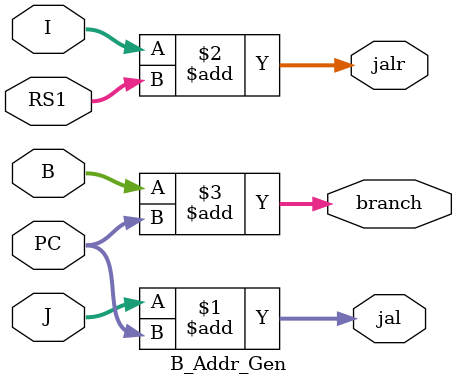
<source format=sv>
`timescale 1ns / 1ps


module B_Addr_Gen(
    input [31:0] J, B, I,
    input [31:0] PC, RS1,
    output [31:0] jal, jalr, branch
    );

    assign jal = J + PC;
    assign jalr = I + RS1;
    assign branch = B + PC;

endmodule

</source>
